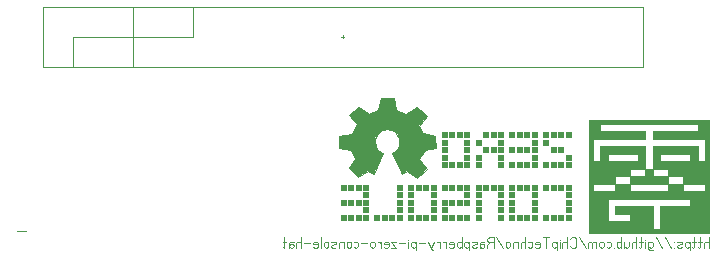
<source format=gbr>
%FSLAX34Y34*%
%MOMM*%
%LNSILK_BOTTOM_*%
G71*
G01*
%ADD10C, 0.10*%
%ADD11C, 0.00*%
%ADD12C, 0.11*%
%ADD13R, 0.50X0.50*%
%LPD*%
G54D10*
X84931Y978694D02*
X592931Y978694D01*
X592931Y927894D01*
X84931Y927894D01*
X84931Y978694D01*
G54D10*
X337741Y953294D02*
X340122Y953294D01*
G54D10*
X338931Y954484D02*
X338931Y952103D01*
G54D11*
X71049Y788944D02*
X63508Y788944D01*
G54D10*
X161131Y978694D02*
X161131Y953294D01*
X211931Y953294D01*
X211931Y978694D01*
G54D10*
X161131Y927894D02*
X161131Y953294D01*
X110331Y953294D01*
X110331Y927894D01*
G54D12*
X649288Y774700D02*
X649288Y783589D01*
G54D12*
X649288Y778256D02*
X648621Y779367D01*
X647288Y779700D01*
X645954Y779367D01*
X645288Y778256D01*
X645288Y774700D01*
G54D12*
X641510Y783589D02*
X641510Y775256D01*
X640844Y774700D01*
X640177Y774922D01*
G54D12*
X642844Y779700D02*
X640177Y779700D01*
G54D12*
X636399Y783589D02*
X636399Y775256D01*
X635732Y774700D01*
X635066Y774922D01*
G54D12*
X637732Y779700D02*
X635066Y779700D01*
G54D12*
X632622Y779700D02*
X632622Y772478D01*
G54D12*
X632622Y776367D02*
X631955Y774922D01*
X630622Y774700D01*
X629288Y774922D01*
X628622Y776033D01*
X628622Y778256D01*
X629288Y779367D01*
X630622Y779700D01*
X631955Y779367D01*
X632622Y778033D01*
G54D12*
X626178Y775256D02*
X624844Y774700D01*
X623511Y774700D01*
X622178Y775256D01*
X622178Y776367D01*
X622844Y776922D01*
X625511Y777478D01*
X626178Y778033D01*
X626178Y779144D01*
X624844Y779700D01*
X623511Y779700D01*
X622178Y779144D01*
G54D12*
X619734Y774700D02*
X619734Y774700D01*
G54D12*
X619734Y779700D02*
X619734Y779700D01*
G54D12*
X617290Y774700D02*
X611956Y783589D01*
G54D12*
X609512Y774700D02*
X604179Y783589D01*
G54D12*
X601736Y773033D02*
X600402Y772478D01*
X599469Y772478D01*
X598136Y773033D01*
X597736Y774144D01*
X597736Y779700D01*
G54D12*
X597736Y778256D02*
X598402Y779367D01*
X599736Y779700D01*
X601069Y779367D01*
X601736Y778256D01*
X601736Y776033D01*
X601069Y774922D01*
X599736Y774700D01*
X598402Y774922D01*
X597736Y776033D01*
G54D12*
X595292Y774700D02*
X595292Y779700D01*
G54D12*
X595292Y781367D02*
X595292Y781367D01*
G54D12*
X591514Y783589D02*
X591514Y775256D01*
X590848Y774700D01*
X590181Y774922D01*
G54D12*
X592848Y779700D02*
X590181Y779700D01*
G54D12*
X587736Y774700D02*
X587736Y783589D01*
G54D12*
X587736Y778256D02*
X587070Y779367D01*
X585736Y779700D01*
X584403Y779367D01*
X583736Y778256D01*
X583736Y774700D01*
G54D12*
X577292Y779700D02*
X577292Y774700D01*
G54D12*
X577292Y775811D02*
X577959Y774922D01*
X579292Y774700D01*
X580626Y774922D01*
X581292Y775811D01*
X581292Y779700D01*
G54D12*
X574848Y774700D02*
X574848Y783589D01*
G54D12*
X574848Y778256D02*
X574182Y779367D01*
X572848Y779700D01*
X571515Y779367D01*
X570848Y778256D01*
X570848Y776033D01*
X571515Y774922D01*
X572848Y774700D01*
X574182Y774922D01*
X574848Y776033D01*
G54D12*
X568404Y774700D02*
X568404Y774700D01*
G54D12*
X562627Y779367D02*
X563960Y779700D01*
X565294Y779367D01*
X565960Y778256D01*
X565960Y776033D01*
X565294Y774922D01*
X563960Y774700D01*
X562627Y774922D01*
G54D12*
X556184Y776033D02*
X556184Y778256D01*
X556850Y779367D01*
X558184Y779700D01*
X559517Y779367D01*
X560184Y778256D01*
X560184Y776033D01*
X559517Y774922D01*
X558184Y774700D01*
X556850Y774922D01*
X556184Y776033D01*
G54D12*
X553740Y774700D02*
X553740Y779700D01*
G54D12*
X553740Y778811D02*
X552406Y779700D01*
X551073Y779367D01*
X550406Y778589D01*
X550406Y774700D01*
G54D12*
X550406Y778811D02*
X549073Y779700D01*
X547740Y779367D01*
X547073Y778589D01*
X547073Y774700D01*
G54D12*
X544628Y774700D02*
X539295Y783589D01*
G54D12*
X531518Y776367D02*
X532185Y775256D01*
X533518Y774700D01*
X534852Y774700D01*
X536185Y775256D01*
X536852Y776367D01*
X536852Y781922D01*
X536185Y783033D01*
X534852Y783589D01*
X533518Y783589D01*
X532185Y783033D01*
X531518Y781922D01*
G54D12*
X529074Y774700D02*
X529074Y783589D01*
G54D12*
X529074Y778256D02*
X528408Y779367D01*
X527074Y779700D01*
X525741Y779367D01*
X525074Y778256D01*
X525074Y774700D01*
G54D12*
X522630Y774700D02*
X522630Y779700D01*
G54D12*
X522630Y781367D02*
X522630Y781367D01*
G54D12*
X520186Y779700D02*
X520186Y772478D01*
G54D12*
X520186Y776367D02*
X519520Y774922D01*
X518186Y774700D01*
X516853Y774922D01*
X516186Y776033D01*
X516186Y778256D01*
X516853Y779367D01*
X518186Y779700D01*
X519520Y779367D01*
X520186Y778033D01*
G54D12*
X511076Y774700D02*
X511076Y783589D01*
G54D12*
X513742Y783589D02*
X508409Y783589D01*
G54D12*
X501966Y775256D02*
X503032Y774700D01*
X504366Y774700D01*
X505699Y775256D01*
X505966Y776367D01*
X505966Y778256D01*
X505299Y779367D01*
X503966Y779700D01*
X502632Y779367D01*
X501966Y778589D01*
X501966Y777478D01*
X505966Y777478D01*
G54D12*
X496188Y779367D02*
X497522Y779700D01*
X498855Y779367D01*
X499522Y778256D01*
X499522Y776033D01*
X498855Y774922D01*
X497522Y774700D01*
X496188Y774922D01*
G54D12*
X493744Y774700D02*
X493744Y783589D01*
G54D12*
X493744Y778256D02*
X493078Y779367D01*
X491744Y779700D01*
X490411Y779367D01*
X489744Y778256D01*
X489744Y774700D01*
G54D12*
X487300Y774700D02*
X487300Y779700D01*
G54D12*
X487300Y778589D02*
X486634Y779367D01*
X485300Y779700D01*
X483967Y779367D01*
X483300Y778589D01*
X483300Y774700D01*
G54D12*
X476856Y776033D02*
X476856Y778256D01*
X477523Y779367D01*
X478856Y779700D01*
X480190Y779367D01*
X480856Y778256D01*
X480856Y776033D01*
X480190Y774922D01*
X478856Y774700D01*
X477523Y774922D01*
X476856Y776033D01*
G54D12*
X474412Y774700D02*
X469079Y783589D01*
G54D12*
X464058Y779144D02*
X462058Y778033D01*
X461392Y776922D01*
X461392Y774700D01*
G54D12*
X466725Y774700D02*
X466725Y783589D01*
X463392Y783589D01*
X462058Y783033D01*
X461392Y781922D01*
X461392Y780811D01*
X462058Y779700D01*
X463392Y779144D01*
X466725Y779144D01*
G54D12*
X458948Y779144D02*
X457615Y779700D01*
X456015Y779700D01*
X454948Y778589D01*
X454948Y774700D01*
G54D12*
X454948Y776367D02*
X455615Y777478D01*
X456948Y777700D01*
X458281Y777478D01*
X458948Y776367D01*
X458681Y775256D01*
X457615Y774700D01*
X456948Y774700D01*
X456681Y774700D01*
X455615Y775256D01*
X454948Y776367D01*
G54D12*
X452504Y775256D02*
X451171Y774700D01*
X449837Y774700D01*
X448504Y775256D01*
X448504Y776367D01*
X449171Y776922D01*
X451837Y777478D01*
X452504Y778033D01*
X452504Y779144D01*
X451171Y779700D01*
X449837Y779700D01*
X448504Y779144D01*
G54D12*
X446060Y779700D02*
X446060Y772478D01*
G54D12*
X446060Y776367D02*
X445393Y774922D01*
X444060Y774700D01*
X442727Y774922D01*
X442060Y776033D01*
X442060Y778256D01*
X442727Y779367D01*
X444060Y779700D01*
X445393Y779367D01*
X446060Y778033D01*
G54D12*
X439616Y774700D02*
X439616Y783589D01*
G54D12*
X439616Y778256D02*
X438949Y779367D01*
X437616Y779700D01*
X436283Y779367D01*
X435616Y778256D01*
X435616Y776033D01*
X436283Y774922D01*
X437616Y774700D01*
X438949Y774922D01*
X439616Y776033D01*
G54D12*
X429172Y775256D02*
X430239Y774700D01*
X431572Y774700D01*
X432905Y775256D01*
X433172Y776367D01*
X433172Y778256D01*
X432505Y779367D01*
X431172Y779700D01*
X429839Y779367D01*
X429172Y778589D01*
X429172Y777478D01*
X433172Y777478D01*
G54D12*
X426728Y774700D02*
X426728Y779700D01*
G54D12*
X426728Y778589D02*
X425395Y779700D01*
X424061Y779700D01*
G54D12*
X421617Y774700D02*
X421617Y779700D01*
G54D12*
X421617Y778589D02*
X420284Y779700D01*
X418950Y779700D01*
G54D12*
X416506Y779700D02*
X413839Y774700D01*
X411173Y779700D01*
G54D12*
X413839Y774700D02*
X414506Y773033D01*
X415173Y772478D01*
X415839Y772478D01*
G54D12*
X408729Y778589D02*
X403396Y778589D01*
G54D12*
X400952Y779700D02*
X400952Y772478D01*
G54D12*
X400952Y776367D02*
X400285Y774922D01*
X398952Y774700D01*
X397619Y774922D01*
X396952Y776033D01*
X396952Y778256D01*
X397619Y779367D01*
X398952Y779700D01*
X400285Y779367D01*
X400952Y778033D01*
G54D12*
X394508Y774700D02*
X394508Y779700D01*
G54D12*
X394508Y781367D02*
X394508Y781367D01*
G54D12*
X392064Y778589D02*
X386731Y778589D01*
G54D12*
X384287Y779700D02*
X380287Y779700D01*
X384287Y774700D01*
X380287Y774700D01*
G54D12*
X373843Y775256D02*
X374910Y774700D01*
X376243Y774700D01*
X377576Y775256D01*
X377843Y776367D01*
X377843Y778256D01*
X377176Y779367D01*
X375843Y779700D01*
X374510Y779367D01*
X373843Y778589D01*
X373843Y777478D01*
X377843Y777478D01*
G54D12*
X371399Y774700D02*
X371399Y779700D01*
G54D12*
X371399Y778589D02*
X370066Y779700D01*
X368732Y779700D01*
G54D12*
X362288Y776033D02*
X362288Y778256D01*
X362955Y779367D01*
X364288Y779700D01*
X365621Y779367D01*
X366288Y778256D01*
X366288Y776033D01*
X365621Y774922D01*
X364288Y774700D01*
X362955Y774922D01*
X362288Y776033D01*
G54D12*
X359844Y778589D02*
X354511Y778589D01*
G54D12*
X348734Y779367D02*
X350067Y779700D01*
X351400Y779367D01*
X352067Y778256D01*
X352067Y776033D01*
X351400Y774922D01*
X350067Y774700D01*
X348734Y774922D01*
G54D12*
X342290Y776033D02*
X342290Y778256D01*
X342957Y779367D01*
X344290Y779700D01*
X345623Y779367D01*
X346290Y778256D01*
X346290Y776033D01*
X345623Y774922D01*
X344290Y774700D01*
X342957Y774922D01*
X342290Y776033D01*
G54D12*
X339846Y774700D02*
X339846Y779700D01*
G54D12*
X339846Y778589D02*
X339179Y779367D01*
X337846Y779700D01*
X336513Y779367D01*
X335846Y778589D01*
X335846Y774700D01*
G54D12*
X333402Y775256D02*
X332069Y774700D01*
X330735Y774700D01*
X329402Y775256D01*
X329402Y776367D01*
X330069Y776922D01*
X332735Y777478D01*
X333402Y778033D01*
X333402Y779144D01*
X332069Y779700D01*
X330735Y779700D01*
X329402Y779144D01*
G54D12*
X322958Y776033D02*
X322958Y778256D01*
X323625Y779367D01*
X324958Y779700D01*
X326291Y779367D01*
X326958Y778256D01*
X326958Y776033D01*
X326291Y774922D01*
X324958Y774700D01*
X323625Y774922D01*
X322958Y776033D01*
G54D12*
X320514Y774700D02*
X320514Y783589D01*
G54D12*
X314070Y775256D02*
X315137Y774700D01*
X316470Y774700D01*
X317803Y775256D01*
X318070Y776367D01*
X318070Y778256D01*
X317403Y779367D01*
X316070Y779700D01*
X314737Y779367D01*
X314070Y778589D01*
X314070Y777478D01*
X318070Y777478D01*
G54D12*
X311626Y778589D02*
X306293Y778589D01*
G54D12*
X303849Y774700D02*
X303849Y783589D01*
G54D12*
X303849Y778256D02*
X303182Y779367D01*
X301849Y779700D01*
X300516Y779367D01*
X299849Y778256D01*
X299849Y774700D01*
G54D12*
X297405Y779144D02*
X296072Y779700D01*
X294472Y779700D01*
X293405Y778589D01*
X293405Y774700D01*
G54D12*
X293405Y776367D02*
X294072Y777478D01*
X295405Y777700D01*
X296738Y777478D01*
X297405Y776367D01*
X297138Y775256D01*
X296072Y774700D01*
X295405Y774700D01*
X295138Y774700D01*
X294072Y775256D01*
X293405Y776367D01*
G54D12*
X289628Y783589D02*
X289628Y775256D01*
X288961Y774700D01*
X288294Y774922D01*
G54D12*
X290961Y779700D02*
X288294Y779700D01*
G36*
X649288Y882650D02*
X547688Y882650D01*
X547688Y866775D01*
X595312Y866775D01*
X595312Y873125D01*
X557212Y873125D01*
X557212Y879475D01*
X639762Y879475D01*
X639762Y873125D01*
X601662Y873125D01*
X601662Y866775D01*
X646112Y866775D01*
X646112Y847725D01*
X601662Y847725D01*
X601662Y841375D01*
X614362Y841375D01*
X614362Y835025D01*
X627062Y835025D01*
X627062Y828675D01*
X646112Y828675D01*
X646112Y822325D01*
X547688Y822325D01*
X547688Y815975D01*
X633412Y815975D01*
X633412Y809625D01*
X608012Y809625D01*
X608012Y790575D01*
X547688Y790575D01*
X547688Y787400D01*
X649288Y787400D01*
X649288Y882650D01*
G37*
G54D10*
X649288Y882650D02*
X547688Y882650D01*
X547688Y866775D01*
X595312Y866775D01*
X595312Y873125D01*
X557212Y873125D01*
X557212Y879475D01*
X639762Y879475D01*
X639762Y873125D01*
X601662Y873125D01*
X601662Y866775D01*
X646112Y866775D01*
X646112Y847725D01*
X601662Y847725D01*
X601662Y841375D01*
X614362Y841375D01*
X614362Y835025D01*
X627062Y835025D01*
X627062Y828675D01*
X646112Y828675D01*
X646112Y822325D01*
X547688Y822325D01*
X547688Y815975D01*
X633412Y815975D01*
X633412Y809625D01*
X608012Y809625D01*
X608012Y790575D01*
X547688Y790575D01*
X547688Y787400D01*
X649288Y787400D01*
X649288Y882650D01*
G36*
X639762Y860425D02*
X601662Y860425D01*
X601662Y847725D01*
X608012Y847725D01*
X608012Y854075D01*
X633412Y854075D01*
X633412Y847725D01*
X639762Y847725D01*
X639762Y860425D01*
G37*
G54D10*
X639762Y860425D02*
X601662Y860425D01*
X601662Y847725D01*
X608012Y847725D01*
X608012Y854075D01*
X633412Y854075D01*
X633412Y847725D01*
X639762Y847725D01*
X639762Y860425D01*
G36*
X595312Y860425D02*
X557212Y860425D01*
X557212Y828675D01*
X563562Y828675D01*
X563562Y854075D01*
X588962Y854075D01*
X588962Y841375D01*
X595312Y841375D01*
X595312Y860425D01*
G37*
G54D10*
X595312Y860425D02*
X557212Y860425D01*
X557212Y828675D01*
X563562Y828675D01*
X563562Y854075D01*
X588962Y854075D01*
X588962Y841375D01*
X595312Y841375D01*
X595312Y860425D01*
G36*
X550862Y866775D02*
X547688Y866775D01*
X547688Y822325D01*
X550862Y822325D01*
X550862Y828675D01*
X557212Y828675D01*
X557212Y847725D01*
X550862Y847725D01*
X550862Y866775D01*
G37*
G54D10*
X550862Y866775D02*
X547688Y866775D01*
X547688Y822325D01*
X550862Y822325D01*
X550862Y828675D01*
X557212Y828675D01*
X557212Y847725D01*
X550862Y847725D01*
X550862Y866775D01*
G36*
X627062Y828675D02*
X614362Y828675D01*
X614362Y822325D01*
X627062Y822325D01*
X627062Y828675D01*
G37*
G54D10*
X627062Y828675D02*
X614362Y828675D01*
X614362Y822325D01*
X627062Y822325D01*
X627062Y828675D01*
G36*
X614362Y835025D02*
X601662Y835025D01*
X601662Y841375D01*
X595312Y841375D01*
X595312Y835025D01*
X582612Y835025D01*
X582612Y828675D01*
X614362Y828675D01*
X614362Y835025D01*
G37*
G54D10*
X614362Y835025D02*
X601662Y835025D01*
X601662Y841375D01*
X595312Y841375D01*
X595312Y835025D01*
X582612Y835025D01*
X582612Y828675D01*
X614362Y828675D01*
X614362Y835025D01*
G36*
X582612Y828675D02*
X569912Y828675D01*
X569912Y822325D01*
X582612Y822325D01*
X582612Y828675D01*
G37*
G54D10*
X582612Y828675D02*
X569912Y828675D01*
X569912Y822325D01*
X582612Y822325D01*
X582612Y828675D01*
G36*
X588962Y847725D02*
X563562Y847725D01*
X563562Y828675D01*
X569912Y828675D01*
X569912Y835025D01*
X582612Y835025D01*
X582612Y841375D01*
X588962Y841375D01*
X588962Y847725D01*
G37*
G54D10*
X588962Y847725D02*
X563562Y847725D01*
X563562Y828675D01*
X569912Y828675D01*
X569912Y835025D01*
X582612Y835025D01*
X582612Y841375D01*
X588962Y841375D01*
X588962Y847725D01*
G36*
X601662Y809625D02*
X569912Y809625D01*
X569912Y803275D01*
X582612Y803275D01*
X582612Y796925D01*
X563562Y796925D01*
X563562Y815975D01*
X547688Y815975D01*
X547688Y790575D01*
X601662Y790575D01*
X601662Y809625D01*
G37*
G54D10*
X601662Y809625D02*
X569912Y809625D01*
X569912Y803275D01*
X582612Y803275D01*
X582612Y796925D01*
X563562Y796925D01*
X563562Y815975D01*
X547688Y815975D01*
X547688Y790575D01*
X601662Y790575D01*
X601662Y809625D01*
X530225Y869950D02*
G54D13*
D03*
X523875Y869950D02*
G54D13*
D03*
X517525Y869950D02*
G54D13*
D03*
X511175Y869950D02*
G54D13*
D03*
X511175Y863600D02*
G54D13*
D03*
X517525Y857250D02*
G54D13*
D03*
X523875Y857250D02*
G54D13*
D03*
X530225Y850900D02*
G54D13*
D03*
X530225Y844550D02*
G54D13*
D03*
X523875Y844550D02*
G54D13*
D03*
X517525Y844550D02*
G54D13*
D03*
X511175Y844550D02*
G54D13*
D03*
X501650Y869950D02*
G54D13*
D03*
X501650Y863600D02*
G54D13*
D03*
X501650Y857250D02*
G54D13*
D03*
X495300Y869950D02*
G54D13*
D03*
X488950Y869950D02*
G54D13*
D03*
X482600Y869950D02*
G54D13*
D03*
X495300Y857250D02*
G54D13*
D03*
X488950Y857250D02*
G54D13*
D03*
X482600Y857250D02*
G54D13*
D03*
X501650Y850900D02*
G54D13*
D03*
X501650Y844550D02*
G54D13*
D03*
X495300Y844550D02*
G54D13*
D03*
X488950Y844550D02*
G54D13*
D03*
X482600Y844550D02*
G54D13*
D03*
X473075Y844550D02*
G54D13*
D03*
X473075Y850900D02*
G54D13*
D03*
X473075Y857250D02*
G54D13*
D03*
X473075Y863600D02*
G54D13*
D03*
X473075Y869950D02*
G54D13*
D03*
X466725Y869950D02*
G54D13*
D03*
X460375Y869950D02*
G54D13*
D03*
X454025Y863600D02*
G54D13*
D03*
X460375Y857250D02*
G54D13*
D03*
X466725Y857250D02*
G54D13*
D03*
X454025Y850900D02*
G54D13*
D03*
X454025Y844550D02*
G54D13*
D03*
X444500Y863600D02*
G54D13*
D03*
X444500Y857250D02*
G54D13*
D03*
X444500Y850900D02*
G54D13*
D03*
X438150Y844550D02*
G54D13*
D03*
X431800Y844550D02*
G54D13*
D03*
X425450Y850900D02*
G54D13*
D03*
X425450Y857250D02*
G54D13*
D03*
X425450Y863600D02*
G54D13*
D03*
X431800Y869950D02*
G54D13*
D03*
X438150Y869950D02*
G54D13*
D03*
X444500Y869950D02*
G54D13*
D03*
X444500Y844550D02*
G54D13*
D03*
X425450Y869950D02*
G54D13*
D03*
X425450Y844550D02*
G54D13*
D03*
X530225Y819150D02*
G54D13*
D03*
X530225Y812800D02*
G54D13*
D03*
X530225Y806450D02*
G54D13*
D03*
X523875Y800100D02*
G54D13*
D03*
X517525Y800100D02*
G54D13*
D03*
X511175Y800100D02*
G54D13*
D03*
X523875Y825500D02*
G54D13*
D03*
X517525Y825500D02*
G54D13*
D03*
X511175Y825500D02*
G54D13*
D03*
X501650Y819150D02*
G54D13*
D03*
X501650Y812800D02*
G54D13*
D03*
X501650Y825500D02*
G54D13*
D03*
X495300Y825500D02*
G54D13*
D03*
X488950Y825500D02*
G54D13*
D03*
X482600Y825500D02*
G54D13*
D03*
X482600Y819150D02*
G54D13*
D03*
X482600Y812800D02*
G54D13*
D03*
X482600Y806450D02*
G54D13*
D03*
X482600Y800100D02*
G54D13*
D03*
X501650Y800100D02*
G54D13*
D03*
X501650Y806450D02*
G54D13*
D03*
X495300Y800100D02*
G54D13*
D03*
X488950Y800100D02*
G54D13*
D03*
X530225Y825500D02*
G54D13*
D03*
X530225Y800100D02*
G54D13*
D03*
X473075Y800100D02*
G54D13*
D03*
X473075Y806450D02*
G54D13*
D03*
X473075Y812800D02*
G54D13*
D03*
X473075Y819150D02*
G54D13*
D03*
X473075Y825500D02*
G54D13*
D03*
X466725Y825500D02*
G54D13*
D03*
X460375Y825500D02*
G54D13*
D03*
X454025Y819150D02*
G54D13*
D03*
X454025Y812800D02*
G54D13*
D03*
X454025Y806450D02*
G54D13*
D03*
X454025Y800100D02*
G54D13*
D03*
X444500Y819150D02*
G54D13*
D03*
X444500Y825500D02*
G54D13*
D03*
X438150Y825500D02*
G54D13*
D03*
X431800Y825500D02*
G54D13*
D03*
X425450Y825500D02*
G54D13*
D03*
X444500Y800100D02*
G54D13*
D03*
X438150Y800100D02*
G54D13*
D03*
X431800Y800100D02*
G54D13*
D03*
X425450Y800100D02*
G54D13*
D03*
X425450Y806450D02*
G54D13*
D03*
X444500Y812800D02*
G54D13*
D03*
X438150Y812800D02*
G54D13*
D03*
X431800Y812800D02*
G54D13*
D03*
X425450Y812800D02*
G54D13*
D03*
X415925Y812800D02*
G54D13*
D03*
X415925Y806450D02*
G54D13*
D03*
X415925Y800100D02*
G54D13*
D03*
X415925Y819150D02*
G54D13*
D03*
X415925Y825500D02*
G54D13*
D03*
X409575Y825500D02*
G54D13*
D03*
X403225Y825500D02*
G54D13*
D03*
X396875Y825500D02*
G54D13*
D03*
X396875Y819150D02*
G54D13*
D03*
X396875Y812800D02*
G54D13*
D03*
X396875Y806450D02*
G54D13*
D03*
X396875Y800100D02*
G54D13*
D03*
X409575Y800100D02*
G54D13*
D03*
X403225Y800100D02*
G54D13*
D03*
X454025Y825500D02*
G54D13*
D03*
X387350Y825500D02*
G54D13*
D03*
X387350Y819150D02*
G54D13*
D03*
X387350Y812800D02*
G54D13*
D03*
X387350Y806450D02*
G54D13*
D03*
X387350Y800100D02*
G54D13*
D03*
X381000Y800100D02*
G54D13*
D03*
X374650Y800100D02*
G54D13*
D03*
X368300Y800100D02*
G54D13*
D03*
X358775Y800100D02*
G54D13*
D03*
X358775Y806450D02*
G54D13*
D03*
X358775Y812800D02*
G54D13*
D03*
X358775Y819150D02*
G54D13*
D03*
X358775Y825500D02*
G54D13*
D03*
X352425Y800100D02*
G54D13*
D03*
X346075Y800100D02*
G54D13*
D03*
X339725Y800100D02*
G54D13*
D03*
X352425Y812800D02*
G54D13*
D03*
X346075Y812800D02*
G54D13*
D03*
X339725Y812800D02*
G54D13*
D03*
X352425Y825500D02*
G54D13*
D03*
X346075Y825500D02*
G54D13*
D03*
X339725Y825500D02*
G54D13*
D03*
G54D10*
X382588Y901700D02*
X371475Y901700D01*
X369094Y891381D01*
X361553Y888206D01*
X352425Y894159D01*
X344488Y887016D01*
X350838Y879078D01*
X347266Y871141D01*
X336153Y869553D01*
X336153Y858838D01*
X346075Y857647D01*
X349647Y849312D01*
X344488Y841772D01*
X352028Y834231D01*
X360759Y839788D01*
X365125Y837009D01*
X372666Y853678D01*
G54D10*
X381397Y853678D02*
X388938Y837406D01*
X393303Y839391D01*
X401638Y833834D01*
X409972Y841375D01*
X404019Y849312D01*
X407591Y857647D01*
X417909Y858838D01*
X417512Y869553D01*
X406797Y871538D01*
X404019Y877888D01*
X409972Y886222D01*
X402034Y893762D01*
X392906Y888206D01*
X384175Y891381D01*
X382588Y901700D01*
G54D10*
G75*
G01X381140Y854363D02*
G03X372935Y854363I-4102J9665D01*
G01*
G36*
X417512Y869553D02*
X406797Y871538D01*
X404019Y877888D01*
X409972Y886222D01*
X402034Y893762D01*
X392906Y888206D01*
X384175Y891381D01*
X382588Y901700D01*
X371475Y901700D01*
X369094Y891381D01*
X361553Y888206D01*
X352425Y894159D01*
X344488Y887016D01*
X350838Y879078D01*
X347266Y871141D01*
X336153Y869553D01*
X336153Y858838D01*
X346075Y857647D01*
X349647Y849312D01*
X344488Y841772D01*
X352028Y834231D01*
X360759Y839788D01*
X365125Y837009D01*
X373062Y854472D01*
X371872Y854869D01*
X370681Y855662D01*
X368300Y858044D01*
X366712Y861219D01*
X366316Y863203D01*
X366316Y864791D01*
X366712Y867172D01*
X367903Y869950D01*
X370284Y872728D01*
X372269Y873919D01*
X374253Y874712D01*
X376634Y875109D01*
X379016Y874712D01*
X382191Y873919D01*
X384969Y871538D01*
X387747Y867569D01*
X387747Y861219D01*
X386556Y858838D01*
X384969Y856456D01*
X382588Y854472D01*
X381000Y854472D01*
X388938Y837406D01*
X393303Y839391D01*
X401638Y833834D01*
X409972Y841375D01*
X404019Y849312D01*
X417512Y869553D01*
G37*
G54D10*
X417512Y869553D02*
X406797Y871538D01*
X404019Y877888D01*
X409972Y886222D01*
X402034Y893762D01*
X392906Y888206D01*
X384175Y891381D01*
X382588Y901700D01*
X371475Y901700D01*
X369094Y891381D01*
X361553Y888206D01*
X352425Y894159D01*
X344488Y887016D01*
X350838Y879078D01*
X347266Y871141D01*
X336153Y869553D01*
X336153Y858838D01*
X346075Y857647D01*
X349647Y849312D01*
X344488Y841772D01*
X352028Y834231D01*
X360759Y839788D01*
X365125Y837009D01*
X373062Y854472D01*
X371872Y854869D01*
X370681Y855662D01*
X368300Y858044D01*
X366712Y861219D01*
X366316Y863203D01*
X366316Y864791D01*
X366712Y867172D01*
X367903Y869950D01*
X370284Y872728D01*
X372269Y873919D01*
X374253Y874712D01*
X376634Y875109D01*
X379016Y874712D01*
X382191Y873919D01*
X384969Y871538D01*
X387747Y867569D01*
X387747Y861219D01*
X386556Y858838D01*
X384969Y856456D01*
X382588Y854472D01*
X381000Y854472D01*
X388938Y837406D01*
X393303Y839391D01*
X401638Y833834D01*
X409972Y841375D01*
X404019Y849312D01*
X417512Y869553D01*
G36*
X417512Y869553D02*
X417909Y858838D01*
X407591Y857647D01*
X417512Y869553D01*
G37*
G54D10*
X417512Y869553D02*
X417909Y858838D01*
X407591Y857647D01*
X417512Y869553D01*
M02*

</source>
